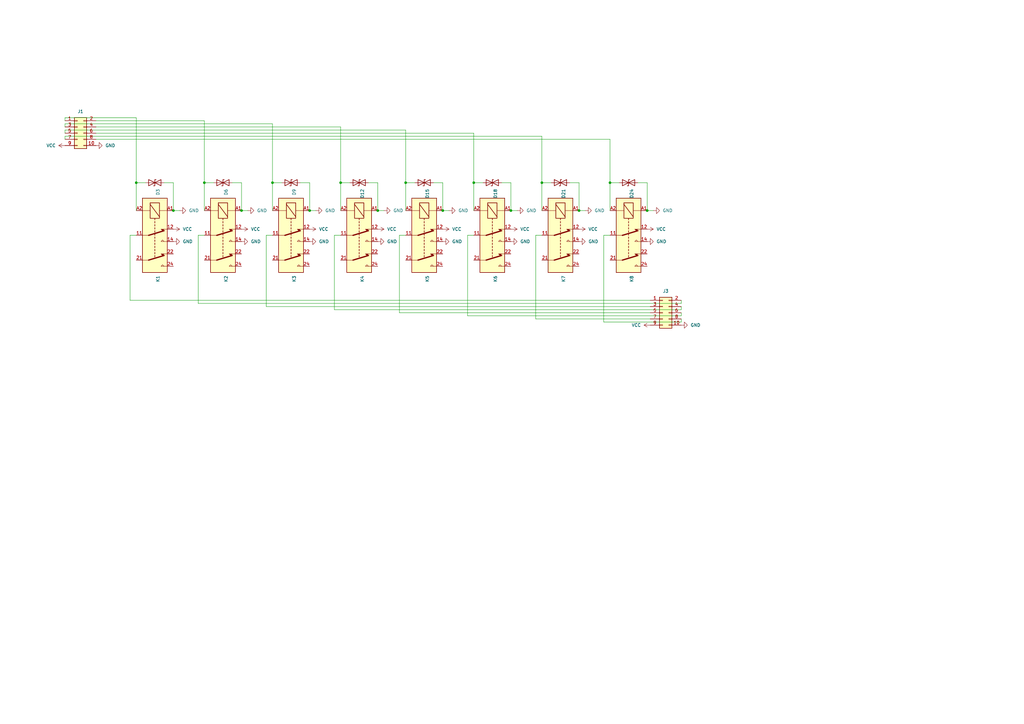
<source format=kicad_sch>
(kicad_sch (version 20230121) (generator eeschema)
  (paper "A3")
  (lib_symbols
    (symbol "Connector_Generic:Conn_02x05_Odd_Even" (pin_names (offset 1.016) hide)
      (property "Reference" "J" (at 1.27 7.62 0))
      (property "Value" "Conn_02x05_Odd_Even" (at 1.27 -7.62 0))
      (symbol "Conn_02x05_Odd_Even_1_1"
        (rectangle (start -1.27 -4.953) (end 0 -5.207) (stroke (width 0.1524)))
        (rectangle (start -1.27 -2.413) (end 0 -2.667) (stroke (width 0.1524)))
        (rectangle (start -1.27 0.127) (end 0 -0.127) (stroke (width 0.1524)))
        (rectangle (start -1.27 2.667) (end 0 2.413) (stroke (width 0.1524)))
        (rectangle (start -1.27 5.207) (end 0 4.953) (stroke (width 0.1524)))
        (rectangle (start -1.27 6.35) (end 3.81 -6.35) (stroke (width 0.254)) (fill (type background)))
        (rectangle (start 3.81 -4.953) (end 2.54 -5.207) (stroke (width 0.1524)))
        (rectangle (start 3.81 -2.413) (end 2.54 -2.667) (stroke (width 0.1524)))
        (rectangle (start 3.81 0.127) (end 2.54 -0.127) (stroke (width 0.1524)))
        (rectangle (start 3.81 2.667) (end 2.54 2.413) (stroke (width 0.1524)))
        (rectangle (start 3.81 5.207) (end 2.54 4.953) (stroke (width 0.1524)))
        (pin passive line (at -5.08 5.08 0) (length 3.81) (name "Pin_1") (number "1"))
        (pin passive line (at 7.62 -5.08 180) (length 3.81) (name "Pin_10") (number "10"))
        (pin passive line (at 7.62 5.08 180) (length 3.81) (name "Pin_2") (number "2"))
        (pin passive line (at -5.08 2.54 0) (length 3.81) (name "Pin_3") (number "3"))
        (pin passive line (at 7.62 2.54 180) (length 3.81) (name "Pin_4") (number "4"))
        (pin passive line (at -5.08 0 0) (length 3.81) (name "Pin_5") (number "5"))
        (pin passive line (at 7.62 0 180) (length 3.81) (name "Pin_6") (number "6"))
        (pin passive line (at -5.08 -2.54 0) (length 3.81) (name "Pin_7") (number "7"))
        (pin passive line (at 7.62 -2.54 180) (length 3.81) (name "Pin_8") (number "8"))
        (pin passive line (at -5.08 -5.08 0) (length 3.81) (name "Pin_9") (number "9"))
      )
    )
    (symbol "Device:D_TVS" (pin_numbers hide) (pin_names (offset 1.016) hide)
      (property "Reference" "D" (at 0 2.54 0))
      (property "Value" "D_TVS" (at 0 -2.54 0))
      (symbol "D_TVS_0_1"
        (polyline (pts (xy 1.27 0) (xy -1.27 0)))
        (polyline (pts (xy 0.508 1.27) (xy 0 1.27) (xy 0 -1.27) (xy -0.508 -1.27)) (stroke (width 0.254)))
        (polyline (pts (xy -2.54 1.27) (xy -2.54 -1.27) (xy 2.54 1.27) (xy 2.54 -1.27) (xy -2.54 1.27)) (stroke (width 0.254)))
      )
      (symbol "D_TVS_1_1"
        (pin passive line (at -3.81 0 0) (length 2.54) (name "A1") (number "1"))
        (pin passive line (at 3.81 0 180) (length 2.54) (name "A2") (number "2"))
      )
    )
    (symbol "Relay:Relay_DPDT"
      (property "Reference" "K" (at 16.51 3.81 0))
      (property "Value" "Relay_DPDT" (at 16.51 1.27 0))
      (symbol "Relay_DPDT_0_1"
        (rectangle (start -15.24 5.08) (end 15.24 -5.08) (stroke (width 0.254)) (fill (type background)))
        (rectangle (start -13.335 1.905) (end -6.985 -1.905) (stroke (width 0.254)))
        (polyline (pts (xy -12.7 -1.905) (xy -7.62 1.905)) (stroke (width 0.254)))
        (polyline (pts (xy -10.16 -5.08) (xy -10.16 -1.905)))
        (polyline (pts (xy -10.16 5.08) (xy -10.16 1.905)))
        (polyline (pts (xy -6.985 0) (xy -6.35 0)) (stroke (width 0.254)))
        (polyline (pts (xy -5.715 0) (xy -5.08 0)) (stroke (width 0.254)))
        (polyline (pts (xy -4.445 0) (xy -3.81 0)) (stroke (width 0.254)))
        (polyline (pts (xy -3.175 0) (xy -2.54 0)) (stroke (width 0.254)))
        (polyline (pts (xy -1.905 0) (xy -1.27 0)) (stroke (width 0.254)))
        (polyline (pts (xy -0.635 0) (xy 0 0)) (stroke (width 0.254)))
        (polyline (pts (xy 0 -2.54) (xy -1.905 3.81)) (stroke (width 0.508)))
        (polyline (pts (xy 0 -2.54) (xy 0 -5.08)))
        (polyline (pts (xy 0.635 0) (xy 1.27 0)) (stroke (width 0.254)))
        (polyline (pts (xy 1.905 0) (xy 2.54 0)) (stroke (width 0.254)))
        (polyline (pts (xy 3.175 0) (xy 3.81 0)) (stroke (width 0.254)))
        (polyline (pts (xy 4.445 0) (xy 5.08 0)) (stroke (width 0.254)))
        (polyline (pts (xy 5.715 0) (xy 6.35 0)) (stroke (width 0.254)))
        (polyline (pts (xy 6.985 0) (xy 7.62 0)) (stroke (width 0.254)))
        (polyline (pts (xy 8.255 0) (xy 8.89 0)) (stroke (width 0.254)))
        (polyline (pts (xy 10.16 -2.54) (xy 8.255 3.81)) (stroke (width 0.508)))
        (polyline (pts (xy 10.16 -2.54) (xy 10.16 -5.08)))
        (polyline (pts (xy -2.54 5.08) (xy -2.54 2.54) (xy -1.905 3.175) (xy -2.54 3.81)) (fill (type outline)))
        (polyline (pts (xy 2.54 5.08) (xy 2.54 2.54) (xy 1.905 3.175) (xy 2.54 3.81)))
        (polyline (pts (xy 7.62 5.08) (xy 7.62 2.54) (xy 8.255 3.175) (xy 7.62 3.81)) (fill (type outline)))
        (polyline (pts (xy 12.7 5.08) (xy 12.7 2.54) (xy 12.065 3.175) (xy 12.7 3.81)))
      )
      (symbol "Relay_DPDT_1_1"
        (pin passive line (at 0 -7.62 90) (length 2.54) (name "~") (number "11"))
        (pin passive line (at -2.54 7.62 270) (length 2.54) (name "~") (number "12"))
        (pin passive line (at 2.54 7.62 270) (length 2.54) (name "~") (number "14"))
        (pin passive line (at 10.16 -7.62 90) (length 2.54) (name "~") (number "21"))
        (pin passive line (at 7.62 7.62 270) (length 2.54) (name "~") (number "22"))
        (pin passive line (at 12.7 7.62 270) (length 2.54) (name "~") (number "24"))
        (pin passive line (at -10.16 7.62 270) (length 2.54) (name "~") (number "A1"))
        (pin passive line (at -10.16 -7.62 90) (length 2.54) (name "~") (number "A2"))
      )
    )
    (symbol "power:GND" (power) (pin_names (offset 0))
      (property "Value" "GND" (at 0 -3.81 0))
      (symbol "GND_0_1"
        (polyline (pts (xy 0 0) (xy 0 -1.27) (xy 1.27 -1.27) (xy 0 -2.54) (xy -1.27 -1.27) (xy 0 -1.27)))
      )
      (symbol "GND_1_1"
        (pin power_in line (at 0 0 270) (length 0) hide (name "GND") (number "1"))
      )
    )
    (symbol "power:VCC" (power) (pin_names (offset 0))
      (property "Value" "VCC" (at 0 3.81 0))
      (symbol "VCC_0_1"
        (polyline (pts (xy -0.762 1.27) (xy 0 2.54)))
        (polyline (pts (xy 0 0) (xy 0 2.54)))
        (polyline (pts (xy 0 2.54) (xy 0.762 1.27)))
      )
      (symbol "VCC_1_1"
        (pin power_in line (at 0 0 90) (length 0) hide (name "VCC") (number "1"))
      )
    )
  )
  (junction (at 71.12 86.36))
  (junction (at 222.25 74.93))
  (junction (at 139.7 74.93))
  (junction (at 83.82 74.93))
  (junction (at 127 86.36))
  (junction (at 181.61 86.36))
  (junction (at 154.94 86.36))
  (junction (at 99.06 86.36))
  (junction (at 237.49 86.36))
  (junction (at 194.31 74.93))
  (junction (at 265.43 86.36))
  (junction (at 111.76 74.93))
  (junction (at 55.88 74.93))
  (junction (at 166.37 74.93))
  (junction (at 250.19 74.93))
  (junction (at 209.55 86.36))
  (wire (pts (xy 265.43 74.93) (xy 265.43 86.36)))
  (wire (pts (xy 209.55 74.93) (xy 209.55 86.36)))
  (wire (pts (xy 26.67 53.34) (xy 166.37 53.34)))
  (wire (pts (xy 137.16 96.52) (xy 137.16 127)))
  (wire (pts (xy 39.37 54.61) (xy 194.31 54.61)))
  (wire (pts (xy 139.7 74.93) (xy 139.7 86.36)))
  (wire (pts (xy 99.06 74.93) (xy 99.06 86.36)))
  (wire (pts (xy 26.67 52.07) (xy 26.67 50.8)))
  (wire (pts (xy 177.8 74.93) (xy 181.61 74.93)))
  (wire (pts (xy 71.12 86.36) (xy 73.66 86.36)))
  (wire (pts (xy 226.06 74.93) (xy 222.25 74.93)))
  (wire (pts (xy 205.74 74.93) (xy 209.55 74.93)))
  (wire (pts (xy 39.37 49.53) (xy 83.82 49.53)))
  (wire (pts (xy 222.25 74.93) (xy 222.25 86.36)))
  (wire (pts (xy 59.69 74.93) (xy 55.88 74.93)))
  (wire (pts (xy 83.82 96.52) (xy 81.28 96.52)))
  (wire (pts (xy 279.4 129.54) (xy 279.4 128.27)))
  (wire (pts (xy 26.67 50.8) (xy 111.76 50.8)))
  (wire (pts (xy 115.57 74.93) (xy 111.76 74.93)))
  (wire (pts (xy 127 74.93) (xy 127 86.36)))
  (wire (pts (xy 163.83 128.27) (xy 266.7 128.27)))
  (wire (pts (xy 123.19 74.93) (xy 127 74.93)))
  (wire (pts (xy 237.49 86.36) (xy 240.03 86.36)))
  (wire (pts (xy 261.62 74.93) (xy 265.43 74.93)))
  (wire (pts (xy 151.13 74.93) (xy 154.94 74.93)))
  (wire (pts (xy 222.25 55.88) (xy 222.25 74.93)))
  (wire (pts (xy 163.83 96.52) (xy 163.83 128.27)))
  (wire (pts (xy 139.7 96.52) (xy 137.16 96.52)))
  (wire (pts (xy 181.61 86.36) (xy 184.15 86.36)))
  (wire (pts (xy 81.28 124.46) (xy 279.4 124.46)))
  (wire (pts (xy 247.65 96.52) (xy 247.65 132.08)))
  (wire (pts (xy 67.31 74.93) (xy 71.12 74.93)))
  (wire (pts (xy 39.37 52.07) (xy 139.7 52.07)))
  (wire (pts (xy 198.12 74.93) (xy 194.31 74.93)))
  (wire (pts (xy 247.65 132.08) (xy 279.4 132.08)))
  (wire (pts (xy 55.88 48.26) (xy 55.88 74.93)))
  (wire (pts (xy 83.82 74.93) (xy 83.82 86.36)))
  (wire (pts (xy 194.31 54.61) (xy 194.31 74.93)))
  (wire (pts (xy 219.71 96.52) (xy 219.71 130.81)))
  (wire (pts (xy 143.51 74.93) (xy 139.7 74.93)))
  (wire (pts (xy 194.31 96.52) (xy 191.77 96.52)))
  (wire (pts (xy 26.67 55.88) (xy 222.25 55.88)))
  (wire (pts (xy 111.76 74.93) (xy 111.76 86.36)))
  (wire (pts (xy 181.61 74.93) (xy 181.61 86.36)))
  (wire (pts (xy 279.4 132.08) (xy 279.4 130.81)))
  (wire (pts (xy 250.19 96.52) (xy 247.65 96.52)))
  (wire (pts (xy 166.37 53.34) (xy 166.37 74.93)))
  (wire (pts (xy 81.28 96.52) (xy 81.28 124.46)))
  (wire (pts (xy 26.67 54.61) (xy 26.67 53.34)))
  (wire (pts (xy 194.31 74.93) (xy 194.31 86.36)))
  (wire (pts (xy 109.22 125.73) (xy 266.7 125.73)))
  (wire (pts (xy 137.16 127) (xy 279.4 127)))
  (wire (pts (xy 127 86.36) (xy 129.54 86.36)))
  (wire (pts (xy 154.94 86.36) (xy 157.48 86.36)))
  (wire (pts (xy 109.22 96.52) (xy 109.22 125.73)))
  (wire (pts (xy 71.12 74.93) (xy 71.12 86.36)))
  (wire (pts (xy 53.34 123.19) (xy 266.7 123.19)))
  (wire (pts (xy 209.55 86.36) (xy 212.09 86.36)))
  (wire (pts (xy 26.67 48.26) (xy 55.88 48.26)))
  (wire (pts (xy 139.7 52.07) (xy 139.7 74.93)))
  (wire (pts (xy 39.37 57.15) (xy 250.19 57.15)))
  (wire (pts (xy 26.67 57.15) (xy 26.67 55.88)))
  (wire (pts (xy 99.06 86.36) (xy 101.6 86.36)))
  (wire (pts (xy 191.77 96.52) (xy 191.77 129.54)))
  (wire (pts (xy 55.88 96.52) (xy 53.34 96.52)))
  (wire (pts (xy 53.34 96.52) (xy 53.34 123.19)))
  (wire (pts (xy 265.43 86.36) (xy 267.97 86.36)))
  (wire (pts (xy 166.37 74.93) (xy 166.37 86.36)))
  (wire (pts (xy 111.76 50.8) (xy 111.76 74.93)))
  (wire (pts (xy 83.82 49.53) (xy 83.82 74.93)))
  (wire (pts (xy 55.88 74.93) (xy 55.88 86.36)))
  (wire (pts (xy 250.19 57.15) (xy 250.19 74.93)))
  (wire (pts (xy 222.25 96.52) (xy 219.71 96.52)))
  (wire (pts (xy 279.4 124.46) (xy 279.4 123.19)))
  (wire (pts (xy 95.25 74.93) (xy 99.06 74.93)))
  (wire (pts (xy 87.63 74.93) (xy 83.82 74.93)))
  (wire (pts (xy 154.94 74.93) (xy 154.94 86.36)))
  (wire (pts (xy 233.68 74.93) (xy 237.49 74.93)))
  (wire (pts (xy 26.67 49.53) (xy 26.67 48.26)))
  (wire (pts (xy 254 74.93) (xy 250.19 74.93)))
  (wire (pts (xy 170.18 74.93) (xy 166.37 74.93)))
  (wire (pts (xy 279.4 127) (xy 279.4 125.73)))
  (wire (pts (xy 237.49 74.93) (xy 237.49 86.36)))
  (wire (pts (xy 166.37 96.52) (xy 163.83 96.52)))
  (wire (pts (xy 219.71 130.81) (xy 266.7 130.81)))
  (wire (pts (xy 250.19 74.93) (xy 250.19 86.36)))
  (wire (pts (xy 111.76 96.52) (xy 109.22 96.52)))
  (wire (pts (xy 191.77 129.54) (xy 279.4 129.54)))
  (symbol (lib_id "Device:D_TVS") (at 229.87 74.93 0) (unit 1)
    (property "Reference" "D21" (at 231.14 77.47 90) (effects (justify right)))
    (property "Value" "SMAJ14CA" (effects hide))
    (property "Footprint" "Diode_SMD:D_SMA_Handsoldering" (effects hide))
    (property "Datasheet" "https://goodarksemi.com/docs/datasheets/transient_voltage_suppressors/SMAJx.pdf" (effects hide))
  )
  (symbol (lib_id "power:VCC") (at 71.12 93.98 270) (unit 1)
    (property "Reference" "#PWR07" (effects hide))
    (property "Value" "VCC" (at 74.93 93.98 90) (effects (justify left)))
  )
  (symbol (lib_id "power:VCC") (at 181.61 93.98 270) (unit 1)
    (property "Reference" "#PWR015" (effects hide))
    (property "Value" "VCC" (at 185.42 93.98 90) (effects (justify left)))
  )
  (symbol (lib_id "power:GND") (at 237.49 99.06 90) (unit 1)
    (property "Reference" "#PWR020" (effects hide))
    (property "Value" "GND" (at 241.3 99.06 90) (effects (justify right)))
  )
  (symbol (lib_id "power:GND") (at 184.15 86.36 90) (unit 1)
    (property "Reference" "#PWR027" (effects hide))
    (property "Value" "GND" (at 187.96 86.36 90) (effects (justify right)))
  )
  (symbol (lib_id "Device:D_TVS") (at 91.44 74.93 0) (unit 1)
    (property "Reference" "D6" (at 92.71 77.47 90) (effects (justify right)))
    (property "Value" "SMAJ14CA" (effects hide))
    (property "Footprint" "Diode_SMD:D_SMA_Handsoldering" (effects hide))
    (property "Datasheet" "https://goodarksemi.com/docs/datasheets/transient_voltage_suppressors/SMAJx.pdf" (effects hide))
  )
  (symbol (lib_id "power:GND") (at 73.66 86.36 90) (unit 1)
    (property "Reference" "#PWR023" (effects hide))
    (property "Value" "GND" (at 77.47 86.36 90) (effects (justify right)))
  )
  (symbol (lib_id "power:VCC") (at 265.43 93.98 270) (unit 1)
    (property "Reference" "#PWR021" (effects hide))
    (property "Value" "VCC" (at 269.24 93.98 90) (effects (justify left)))
  )
  (symbol (lib_id "Device:D_TVS") (at 201.93 74.93 0) (unit 1)
    (property "Reference" "D18" (at 203.2 77.47 90) (effects (justify right)))
    (property "Value" "SMAJ14CA" (effects hide))
    (property "Footprint" "Diode_SMD:D_SMA_Handsoldering" (effects hide))
    (property "Datasheet" "https://goodarksemi.com/docs/datasheets/transient_voltage_suppressors/SMAJx.pdf" (effects hide))
  )
  (symbol (lib_id "Relay:Relay_DPDT") (at 229.87 96.52 270) (unit 1)
    (property "Reference" "K7" (at 231.14 113.03 0) (effects (justify left)))
    (property "Value" "J104D2C12VDC.15S" (effects hide))
    (property "Footprint" "Relay_THT:Relay_DPDT_Finder_30.22" (effects hide))
    (property "Datasheet" "https://www.citrelay.com/Catalog%20Pages/RelayCatalog/J104D.pdf" (effects hide))
  )
  (symbol (lib_id "power:GND") (at 127 99.06 90) (unit 1)
    (property "Reference" "#PWR012" (effects hide))
    (property "Value" "GND" (at 130.81 99.06 90) (effects (justify right)))
  )
  (symbol (lib_id "power:GND") (at 157.48 86.36 90) (unit 1)
    (property "Reference" "#PWR026" (effects hide))
    (property "Value" "GND" (at 161.29 86.36 90) (effects (justify right)))
  )
  (symbol (lib_id "Relay:Relay_DPDT") (at 173.99 96.52 270) (unit 1)
    (property "Reference" "K5" (at 175.26 113.03 0) (effects (justify left)))
    (property "Value" "J104D2C12VDC.15S" (effects hide))
    (property "Footprint" "Relay_THT:Relay_DPDT_Finder_30.22" (effects hide))
    (property "Datasheet" "https://www.citrelay.com/Catalog%20Pages/RelayCatalog/J104D.pdf" (effects hide))
  )
  (symbol (lib_id "power:VCC") (at 26.67 59.69 90) (unit 1)
    (property "Reference" "#PWR01" (effects hide))
    (property "Value" "VCC" (at 22.86 59.69 90) (effects (justify left)))
  )
  (symbol (lib_id "power:GND") (at 99.06 99.06 90) (unit 1)
    (property "Reference" "#PWR010" (effects hide))
    (property "Value" "GND" (at 102.87 99.06 90) (effects (justify right)))
  )
  (symbol (lib_id "power:VCC") (at 127 93.98 270) (unit 1)
    (property "Reference" "#PWR011" (effects hide))
    (property "Value" "VCC" (at 130.81 93.98 90) (effects (justify left)))
  )
  (symbol (lib_id "Connector_Generic:Conn_02x05_Odd_Even") (at 31.75 54.61 0) (unit 1)
    (property "Reference" "J1" (at 33.02 45.72 0))
    (property "Value" "BHR-10-VUA" (effects hide))
    (property "Footprint" "Connector_IDC:IDC-Header_2x05_P2.54mm_Vertical" (effects hide))
    (property "Datasheet" "https://app.adam-tech.com/products/download/data_sheet/203218/bhr-xx-vua-data-sheet.pdf" (effects hide))
  )
  (symbol (lib_id "Relay:Relay_DPDT") (at 91.44 96.52 270) (unit 1)
    (property "Reference" "K2" (at 92.71 113.03 0) (effects (justify left)))
    (property "Value" "J104D2C12VDC.15S" (effects hide))
    (property "Footprint" "Relay_THT:Relay_DPDT_Finder_30.22" (effects hide))
    (property "Datasheet" "https://www.citrelay.com/Catalog%20Pages/RelayCatalog/J104D.pdf" (effects hide))
  )
  (symbol (lib_id "power:VCC") (at 266.7 133.35 90) (unit 1)
    (property "Reference" "#PWR05" (effects hide))
    (property "Value" "VCC" (at 262.89 133.35 90) (effects (justify left)))
  )
  (symbol (lib_id "power:GND") (at 279.4 133.35 90) (unit 1)
    (property "Reference" "#PWR06" (effects hide))
    (property "Value" "GND" (at 283.21 133.35 90) (effects (justify right)))
  )
  (symbol (lib_id "Relay:Relay_DPDT") (at 119.38 96.52 270) (unit 1)
    (property "Reference" "K3" (at 120.65 113.03 0) (effects (justify left)))
    (property "Value" "J104D2C12VDC.15S" (effects hide))
    (property "Footprint" "Relay_THT:Relay_DPDT_Finder_30.22" (effects hide))
    (property "Datasheet" "https://www.citrelay.com/Catalog%20Pages/RelayCatalog/J104D.pdf" (effects hide))
  )
  (symbol (lib_id "power:GND") (at 181.61 99.06 90) (unit 1)
    (property "Reference" "#PWR016" (effects hide))
    (property "Value" "GND" (at 185.42 99.06 90) (effects (justify right)))
  )
  (symbol (lib_id "power:VCC") (at 154.94 93.98 270) (unit 1)
    (property "Reference" "#PWR013" (effects hide))
    (property "Value" "VCC" (at 158.75 93.98 90) (effects (justify left)))
  )
  (symbol (lib_id "power:GND") (at 209.55 99.06 90) (unit 1)
    (property "Reference" "#PWR018" (effects hide))
    (property "Value" "GND" (at 213.36 99.06 90) (effects (justify right)))
  )
  (symbol (lib_id "Relay:Relay_DPDT") (at 257.81 96.52 270) (unit 1)
    (property "Reference" "K8" (at 259.08 113.03 0) (effects (justify left)))
    (property "Value" "J104D2C12VDC.15S" (effects hide))
    (property "Footprint" "Relay_THT:Relay_DPDT_Finder_30.22" (effects hide))
    (property "Datasheet" "https://www.citrelay.com/Catalog%20Pages/RelayCatalog/J104D.pdf" (effects hide))
  )
  (symbol (lib_id "power:GND") (at 267.97 86.36 90) (unit 1)
    (property "Reference" "#PWR030" (effects hide))
    (property "Value" "GND" (at 271.78 86.36 90) (effects (justify right)))
  )
  (symbol (lib_id "Relay:Relay_DPDT") (at 147.32 96.52 270) (unit 1)
    (property "Reference" "K4" (at 148.59 113.03 0) (effects (justify left)))
    (property "Value" "J104D2C12VDC.15S" (effects hide))
    (property "Footprint" "Relay_THT:Relay_DPDT_Finder_30.22" (effects hide))
    (property "Datasheet" "https://www.citrelay.com/Catalog%20Pages/RelayCatalog/J104D.pdf" (effects hide))
  )
  (symbol (lib_id "power:GND") (at 39.37 59.69 90) (unit 1)
    (property "Reference" "#PWR02" (effects hide))
    (property "Value" "GND" (at 43.18 59.69 90) (effects (justify right)))
  )
  (symbol (lib_id "Relay:Relay_DPDT") (at 63.5 96.52 270) (unit 1)
    (property "Reference" "K1" (at 64.77 113.03 0) (effects (justify left)))
    (property "Value" "J104D2C12VDC.15S" (effects hide))
    (property "Footprint" "Relay_THT:Relay_DPDT_Finder_30.22" (effects hide))
    (property "Datasheet" "https://www.citrelay.com/Catalog%20Pages/RelayCatalog/J104D.pdf" (effects hide))
  )
  (symbol (lib_id "power:VCC") (at 209.55 93.98 270) (unit 1)
    (property "Reference" "#PWR017" (effects hide))
    (property "Value" "VCC" (at 213.36 93.98 90) (effects (justify left)))
  )
  (symbol (lib_id "power:GND") (at 265.43 99.06 90) (unit 1)
    (property "Reference" "#PWR022" (effects hide))
    (property "Value" "GND" (at 269.24 99.06 90) (effects (justify right)))
  )
  (symbol (lib_id "Device:D_TVS") (at 173.99 74.93 0) (unit 1)
    (property "Reference" "D15" (at 175.26 77.47 90) (effects (justify right)))
    (property "Value" "SMAJ14CA" (effects hide))
    (property "Footprint" "Diode_SMD:D_SMA_Handsoldering" (effects hide))
    (property "Datasheet" "https://goodarksemi.com/docs/datasheets/transient_voltage_suppressors/SMAJx.pdf" (effects hide))
  )
  (symbol (lib_id "power:GND") (at 240.03 86.36 90) (unit 1)
    (property "Reference" "#PWR029" (effects hide))
    (property "Value" "GND" (at 243.84 86.36 90) (effects (justify right)))
  )
  (symbol (lib_id "power:GND") (at 101.6 86.36 90) (unit 1)
    (property "Reference" "#PWR024" (effects hide))
    (property "Value" "GND" (at 105.41 86.36 90) (effects (justify right)))
  )
  (symbol (lib_id "power:VCC") (at 99.06 93.98 270) (unit 1)
    (property "Reference" "#PWR09" (effects hide))
    (property "Value" "VCC" (at 102.87 93.98 90) (effects (justify left)))
  )
  (symbol (lib_id "power:GND") (at 154.94 99.06 90) (unit 1)
    (property "Reference" "#PWR014" (effects hide))
    (property "Value" "GND" (at 158.75 99.06 90) (effects (justify right)))
  )
  (symbol (lib_id "Device:D_TVS") (at 257.81 74.93 0) (unit 1)
    (property "Reference" "D24" (at 259.08 77.47 90) (effects (justify right)))
    (property "Value" "SMAJ14CA" (effects hide))
    (property "Footprint" "Diode_SMD:D_SMA_Handsoldering" (effects hide))
    (property "Datasheet" "https://goodarksemi.com/docs/datasheets/transient_voltage_suppressors/SMAJx.pdf" (effects hide))
  )
  (symbol (lib_id "power:VCC") (at 237.49 93.98 270) (unit 1)
    (property "Reference" "#PWR019" (effects hide))
    (property "Value" "VCC" (at 241.3 93.98 90) (effects (justify left)))
  )
  (symbol (lib_id "Relay:Relay_DPDT") (at 201.93 96.52 270) (unit 1)
    (property "Reference" "K6" (at 203.2 113.03 0) (effects (justify left)))
    (property "Value" "J104D2C12VDC.15S" (effects hide))
    (property "Footprint" "Relay_THT:Relay_DPDT_Finder_30.22" (effects hide))
    (property "Datasheet" "https://www.citrelay.com/Catalog%20Pages/RelayCatalog/J104D.pdf" (effects hide))
  )
  (symbol (lib_id "power:GND") (at 129.54 86.36 90) (unit 1)
    (property "Reference" "#PWR025" (effects hide))
    (property "Value" "GND" (at 133.35 86.36 90) (effects (justify right)))
  )
  (symbol (lib_id "power:GND") (at 71.12 99.06 90) (unit 1)
    (property "Reference" "#PWR08" (effects hide))
    (property "Value" "GND" (at 74.93 99.06 90) (effects (justify right)))
  )
  (symbol (lib_id "Connector_Generic:Conn_02x05_Odd_Even") (at 271.78 128.27 0) (unit 1)
    (property "Reference" "J3" (at 273.05 119.38 0))
    (property "Value" "BHR-10-VUA" (effects hide))
    (property "Footprint" "Connector_IDC:IDC-Header_2x05_P2.54mm_Vertical" (effects hide))
    (property "Datasheet" "https://app.adam-tech.com/products/download/data_sheet/203218/bhr-xx-vua-data-sheet.pdf" (effects hide))
  )
  (symbol (lib_id "Device:D_TVS") (at 63.5 74.93 0) (unit 1)
    (property "Reference" "D3" (at 64.77 77.47 90) (effects (justify right)))
    (property "Value" "SMAJ14CA" (effects hide))
    (property "Footprint" "Diode_SMD:D_SMA_Handsoldering" (effects hide))
    (property "Datasheet" "https://goodarksemi.com/docs/datasheets/transient_voltage_suppressors/SMAJx.pdf" (effects hide))
  )
  (symbol (lib_id "Device:D_TVS") (at 147.32 74.93 0) (unit 1)
    (property "Reference" "D12" (at 148.59 77.47 90) (effects (justify right)))
    (property "Value" "SMAJ14CA" (effects hide))
    (property "Footprint" "Diode_SMD:D_SMA_Handsoldering" (effects hide))
    (property "Datasheet" "https://goodarksemi.com/docs/datasheets/transient_voltage_suppressors/SMAJx.pdf" (effects hide))
  )
  (symbol (lib_id "Device:D_TVS") (at 119.38 74.93 0) (unit 1)
    (property "Reference" "D9" (at 120.65 77.47 90) (effects (justify right)))
    (property "Value" "SMAJ14CA" (effects hide))
    (property "Footprint" "Diode_SMD:D_SMA_Handsoldering" (effects hide))
    (property "Datasheet" "https://goodarksemi.com/docs/datasheets/transient_voltage_suppressors/SMAJx.pdf" (effects hide))
  )
  (symbol (lib_id "power:GND") (at 212.09 86.36 90) (unit 1)
    (property "Reference" "#PWR028" (effects hide))
    (property "Value" "GND" (at 215.9 86.36 90) (effects (justify right)))
  )
)
</source>
